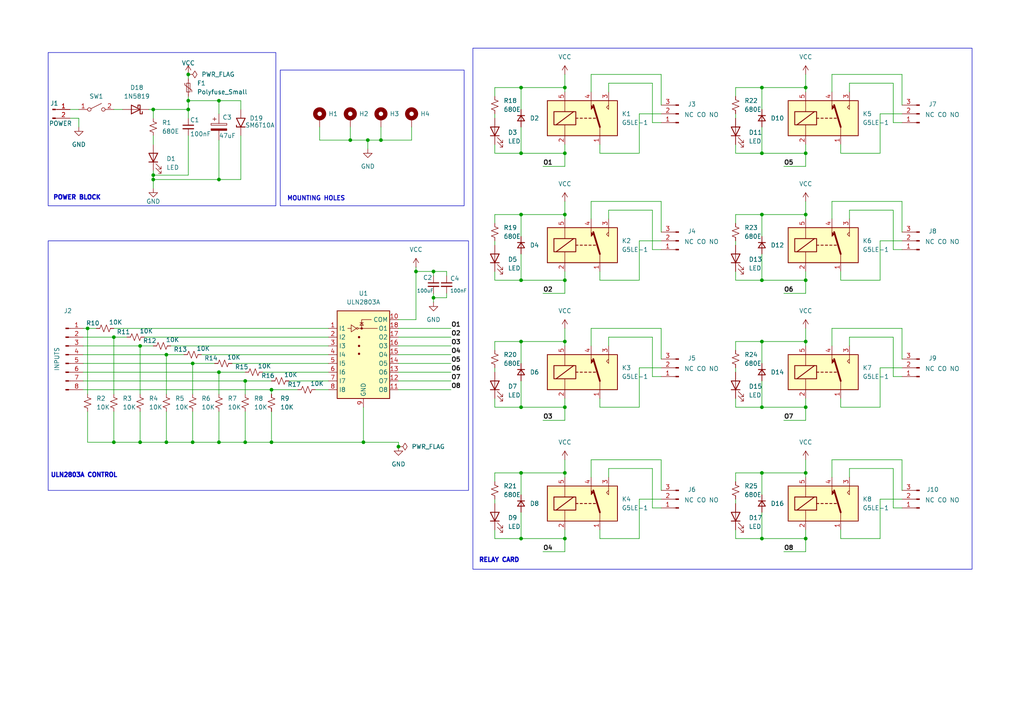
<source format=kicad_sch>
(kicad_sch (version 20250114) (generator "eeschema") (generator_version "9.0")
  (paper "A4")
  (title_block (title "ULN2803 based Relay Card") (date "2026-01-10") (rev "1"))
  (lib_symbols
    (symbol "Connector:Conn_01x02_Pin" (pin_names (offset 1.016) (hide yes))
      (property "Reference" "J" (at 0 2.54 0))
      (property "Value" "Conn_01x02_Pin" (at 0 -5.08 0))
      (symbol "Conn_01x02_Pin_1_1"
        (pin passive line (at 5.08 0 180) (length 3.81) (name "Pin_1") (number "1"))
        (pin passive line (at 5.08 -2.54 180) (length 3.81) (name "Pin_2") (number "2"))
      )
    )
    (symbol "Connector:Conn_01x03_Pin" (pin_names (offset 1.016) (hide yes))
      (property "Reference" "J" (at 0 5.08 0))
      (property "Value" "Conn_01x03_Pin" (at 0 -5.08 0))
      (symbol "Conn_01x03_Pin_1_1"
        (pin passive line (at 5.08 2.54 180) (length 3.81) (name "Pin_1") (number "1"))
        (pin passive line (at 5.08 0 180) (length 3.81) (name "Pin_2") (number "2"))
        (pin passive line (at 5.08 -2.54 180) (length 3.81) (name "Pin_3") (number "3"))
      )
    )
    (symbol "Connector:Conn_01x08_Pin" (pin_names (offset 1.016) (hide yes))
      (property "Reference" "J" (at 0 10.16 0))
      (property "Value" "Conn_01x08_Pin" (at 0 -12.7 0))
      (symbol "Conn_01x08_Pin_1_1"
        (pin passive line (at 5.08 7.62 180) (length 3.81) (name "Pin_1") (number "1"))
        (pin passive line (at 5.08 5.08 180) (length 3.81) (name "Pin_2") (number "2"))
        (pin passive line (at 5.08 2.54 180) (length 3.81) (name "Pin_3") (number "3"))
        (pin passive line (at 5.08 0 180) (length 3.81) (name "Pin_4") (number "4"))
        (pin passive line (at 5.08 -2.54 180) (length 3.81) (name "Pin_5") (number "5"))
        (pin passive line (at 5.08 -5.08 180) (length 3.81) (name "Pin_6") (number "6"))
        (pin passive line (at 5.08 -7.62 180) (length 3.81) (name "Pin_7") (number "7"))
        (pin passive line (at 5.08 -10.16 180) (length 3.81) (name "Pin_8") (number "8"))
      )
    )
    (symbol "Device:C_Polarized" (pin_numbers (hide yes)) (pin_names (offset 0.254))
      (property "Reference" "C" (at 0.635 2.54 0))
      (property "Value" "C_Polarized" (at 0.635 -2.54 0))
      (symbol "C_Polarized_1_1"
        (pin passive line (at 0 3.81 270) (length 2.794) (name "~") (number "1"))
        (pin passive line (at 0 -3.81 90) (length 2.794) (name "~") (number "2"))
      )
    )
    (symbol "Device:C_Small" (pin_numbers (hide yes)) (pin_names (offset 0.254) (hide yes))
      (property "Reference" "C" (at 0.254 1.778 0))
      (property "Value" "C_Small" (at 0.254 -2.032 0))
      (symbol "C_Small_1_1"
        (pin passive line (at 0 2.54 270) (length 2.032) (name "~") (number "1"))
        (pin passive line (at 0 -2.54 90) (length 2.032) (name "~") (number "2"))
      )
    )
    (symbol "Device:D_Small" (pin_numbers (hide yes)) (pin_names (offset 0.254) (hide yes))
      (property "Reference" "D" (at -1.27 2.032 0))
      (property "Value" "D_Small" (at -3.81 -2.032 0))
      (symbol "D_Small_1_1"
        (pin passive line (at -2.54 0 0) (length 1.778) (name "K") (number "1"))
        (pin passive line (at 2.54 0 180) (length 1.778) (name "A") (number "2"))
      )
    )
    (symbol "Device:LED" (pin_numbers (hide yes)) (pin_names (offset 1.016) (hide yes))
      (property "Reference" "D" (at 0 2.54 0))
      (property "Value" "LED" (at 0 -2.54 0))
      (symbol "LED_1_1"
        (pin passive line (at -3.81 0 0) (length 2.54) (name "K") (number "1"))
        (pin passive line (at 3.81 0 180) (length 2.54) (name "A") (number "2"))
      )
    )
    (symbol "Device:Polyfuse_Small" (pin_numbers (hide yes)) (pin_names (offset 0))
      (property "Reference" "F" (at -1.905 0 90))
      (property "Value" "Polyfuse_Small" (at 1.905 0 90))
      (symbol "Polyfuse_Small_1_1"
        (pin passive line (at 0 2.54 270) (length 0.635) (name "~") (number "1"))
        (pin passive line (at 0 -2.54 90) (length 0.635) (name "~") (number "2"))
      )
    )
    (symbol "Device:R_Small_US" (pin_numbers (hide yes)) (pin_names (offset 0.254) (hide yes))
      (property "Reference" "R" (at 0.762 0.508 0))
      (property "Value" "R_Small_US" (at 0.762 -1.016 0))
      (symbol "R_Small_US_1_1"
        (pin passive line (at 0 2.54 270) (length 1.016) (name "~") (number "1"))
        (pin passive line (at 0 -2.54 90) (length 1.016) (name "~") (number "2"))
      )
    )
    (symbol "Diode:1N5819" (pin_numbers (hide yes)) (pin_names (offset 1.016) (hide yes))
      (property "Reference" "D" (at 0 2.54 0))
      (property "Value" "1N5819" (at 0 -2.54 0))
      (symbol "1N5819_1_1"
        (pin passive line (at -3.81 0 0) (length 2.54) (name "K") (number "1"))
        (pin passive line (at 3.81 0 180) (length 2.54) (name "A") (number "2"))
      )
    )
    (symbol "Diode:SM6T10A" (pin_numbers (hide yes)) (pin_names (offset 1.016) (hide yes))
      (property "Reference" "D" (at 0 2.54 0))
      (property "Value" "SM6T10A" (at 0 -2.54 0))
      (symbol "SM6T10A_1_1"
        (pin passive line (at -3.81 0 0) (length 2.54) (name "A1") (number "1"))
        (pin passive line (at 3.81 0 180) (length 2.54) (name "A2") (number "2"))
      )
    )
    (symbol "Mechanical:MountingHole_Pad" (pin_numbers (hide yes)) (pin_names (offset 1.016) (hide yes)) (in_bom no)
      (property "Reference" "H" (at 0 6.35 0))
      (property "Value" "MountingHole_Pad" (at 0 4.445 0))
      (symbol "MountingHole_Pad_1_1"
        (pin input line (at 0 -2.54 90) (length 2.54) (name "1") (number "1"))
      )
    )
    (symbol "PICO_485:GND" (power) (pin_names (offset 0))
      (property "Value" "GND" (at 0 -3.81 0))
      (symbol "GND_1_1"
        (pin power_in line (at 0 0 270) (length 0) (hide yes) (name "GND") (number "1"))
      )
    )
    (symbol "Relay:G5LE-1"
      (property "Reference" "K" (at 11.43 3.81 0))
      (property "Value" "G5LE-1" (at 11.43 1.27 0))
      (symbol "G5LE-1_1_1"
        (pin passive line (at -5.08 7.62 270) (length 2.54) (name "~") (number "5"))
        (pin passive line (at -5.08 -7.62 90) (length 2.54) (name "~") (number "2"))
        (pin passive line (at 2.54 7.62 270) (length 2.54) (name "~") (number "4"))
        (pin passive line (at 5.08 -7.62 90) (length 2.54) (name "~") (number "1"))
        (pin passive line (at 7.62 7.62 270) (length 2.54) (name "~") (number "3"))
      )
    )
    (symbol "Switch:SW_SPST" (pin_names (offset 0) (hide yes))
      (property "Reference" "SW" (at 0 3.175 0))
      (property "Value" "SW_SPST" (at 0 -2.54 0))
      (symbol "SW_SPST_1_1"
        (pin passive line (at -5.08 0 0) (length 2.54) (name "A") (number "1"))
        (pin passive line (at 5.08 0 180) (length 2.54) (name "B") (number "2"))
      )
    )
    (symbol "Transistor_Array:ULN2803A"
      (property "Reference" "U" (at 0 13.335 0))
      (property "Value" "ULN2803A" (at 0 11.43 0))
      (symbol "ULN2803A_1_1"
        (pin input line (at -10.16 5.08 0) (length 2.54) (name "I1") (number "1"))
        (pin input line (at -10.16 2.54 0) (length 2.54) (name "I2") (number "2"))
        (pin input line (at -10.16 0 0) (length 2.54) (name "I3") (number "3"))
        (pin input line (at -10.16 -2.54 0) (length 2.54) (name "I4") (number "4"))
        (pin input line (at -10.16 -5.08 0) (length 2.54) (name "I5") (number "5"))
        (pin input line (at -10.16 -7.62 0) (length 2.54) (name "I6") (number "6"))
        (pin input line (at -10.16 -10.16 0) (length 2.54) (name "I7") (number "7"))
        (pin input line (at -10.16 -12.7 0) (length 2.54) (name "I8") (number "8"))
        (pin power_in line (at 0 -17.78 90) (length 2.54) (name "GND") (number "9"))
        (pin passive line (at 10.16 7.62 180) (length 2.54) (name "COM") (number "10"))
        (pin open_collector line (at 10.16 5.08 180) (length 2.54) (name "O1") (number "18"))
        (pin open_collector line (at 10.16 2.54 180) (length 2.54) (name "O2") (number "17"))
        (pin open_collector line (at 10.16 0 180) (length 2.54) (name "O3") (number "16"))
        (pin open_collector line (at 10.16 -2.54 180) (length 2.54) (name "O4") (number "15"))
        (pin open_collector line (at 10.16 -5.08 180) (length 2.54) (name "O5") (number "14"))
        (pin open_collector line (at 10.16 -7.62 180) (length 2.54) (name "O6") (number "13"))
        (pin open_collector line (at 10.16 -10.16 180) (length 2.54) (name "O7") (number "12"))
        (pin open_collector line (at 10.16 -12.7 180) (length 2.54) (name "O8") (number "11"))
      )
    )
    (symbol "power:PWR_FLAG" (power) (pin_numbers (hide yes)) (pin_names (offset 0) (hide yes))
      (property "Value" "PWR_FLAG" (at 0 3.81 0))
      (symbol "PWR_FLAG_0_0"
        (pin power_out line (at 0 0 90) (length 0) (name "~") (number "1"))
      )
    )
    (symbol "power:VCC" (power) (pin_numbers (hide yes)) (pin_names (offset 0) (hide yes))
      (property "Value" "VCC" (at 0 3.556 0))
      (symbol "VCC_1_1"
        (pin power_in line (at 0 0 90) (length 0) (name "~") (number "1"))
      )
    )
  )
  (rectangle (start 137.16 13.97) (end 281.94 165.1))
  (rectangle (start 81.28 20.32) (end 134.62 59.69))
  (rectangle (start 13.97 69.85) (end 135.89 142.24))
  (rectangle (start 13.97 15.24) (end 80.01 59.69))
  (text "RELAY CARD\n\n" (at 144.78 163.576 0) (effects (font (size 1.27 1.27) (thickness 0.508) (bold yes))))
  (text "ULN2803A CONTROL" (at 24.384 137.922 0) (effects (font (size 1.27 1.27) (thickness 0.508) (bold yes))))
  (text "POWER BLOCK" (at 22.352 57.404 0) (effects (font (size 1.27 1.27) (thickness 0.508) (bold yes))))
  (text "MOUNTING HOLES" (at 91.694 57.658 0) (effects (font (size 1.27 1.27) (thickness 0.254) (bold yes))))
  (junction (at 33.02 97.79))
  (junction (at 105.41 128.27))
  (junction (at 163.83 44.45))
  (junction (at 220.98 99.06))
  (junction (at 125.73 86.36))
  (junction (at 40.64 128.27))
  (junction (at 151.13 62.23))
  (junction (at 44.45 52.07))
  (junction (at 54.61 29.21))
  (junction (at 63.5 107.95))
  (junction (at 151.13 156.21))
  (junction (at 110.49 40.64))
  (junction (at 44.45 31.75))
  (junction (at 220.98 156.21))
  (junction (at 233.68 99.06))
  (junction (at 163.83 81.28))
  (junction (at 106.68 40.64))
  (junction (at 125.73 78.74))
  (junction (at 220.98 137.16))
  (junction (at 63.5 128.27))
  (junction (at 63.5 29.21))
  (junction (at 163.83 62.23))
  (junction (at 25.4 95.25))
  (junction (at 233.68 25.4))
  (junction (at 101.6 40.64))
  (junction (at 233.68 62.23))
  (junction (at 233.68 81.28))
  (junction (at 233.68 137.16))
  (junction (at 63.5 52.07))
  (junction (at 163.83 99.06))
  (junction (at 54.61 31.75))
  (junction (at 120.65 78.74))
  (junction (at 115.57 129.54))
  (junction (at 151.13 81.28))
  (junction (at 151.13 25.4))
  (junction (at 163.83 118.11))
  (junction (at 71.12 128.27))
  (junction (at 40.64 100.33))
  (junction (at 163.83 25.4))
  (junction (at 48.26 102.87))
  (junction (at 78.74 128.27))
  (junction (at 220.98 62.23))
  (junction (at 44.45 50.8))
  (junction (at 163.83 137.16))
  (junction (at 151.13 137.16))
  (junction (at 55.88 128.27))
  (junction (at 55.88 105.41))
  (junction (at 48.26 128.27))
  (junction (at 220.98 81.28))
  (junction (at 33.02 128.27))
  (junction (at 151.13 99.06))
  (junction (at 78.74 113.03))
  (junction (at 220.98 118.11))
  (junction (at 54.61 21.59))
  (junction (at 71.12 110.49))
  (junction (at 233.68 156.21))
  (junction (at 163.83 156.21))
  (junction (at 220.98 44.45))
  (junction (at 233.68 44.45))
  (junction (at 151.13 44.45))
  (junction (at 220.98 25.4))
  (junction (at 151.13 118.11))
  (junction (at 233.68 118.11))
  (wire (pts (xy 115.57 107.95) (xy 130.81 107.95)))
  (wire (pts (xy 24.13 100.33) (xy 40.64 100.33)))
  (wire (pts (xy 261.62 21.59) (xy 261.62 30.48)))
  (wire (pts (xy 40.64 119.38) (xy 40.64 128.27)))
  (wire (pts (xy 213.36 101.6) (xy 213.36 99.06)))
  (wire (pts (xy 241.3 26.67) (xy 241.3 21.59)))
  (wire (pts (xy 261.62 106.68) (xy 255.27 106.68)))
  (wire (pts (xy 246.38 60.96) (xy 259.08 60.96)))
  (wire (pts (xy 125.73 86.36) (xy 125.73 87.63)))
  (wire (pts (xy 115.57 97.79) (xy 130.81 97.79)))
  (wire (pts (xy 163.83 25.4) (xy 163.83 26.67)))
  (wire (pts (xy 191.77 21.59) (xy 191.77 30.48)))
  (wire (pts (xy 176.53 63.5) (xy 176.53 60.96)))
  (wire (pts (xy 241.3 21.59) (xy 261.62 21.59)))
  (wire (pts (xy 173.99 118.11) (xy 173.99 115.57)))
  (wire (pts (xy 143.51 101.6) (xy 143.51 99.06)))
  (wire (pts (xy 220.98 156.21) (xy 233.68 156.21)))
  (wire (pts (xy 24.13 107.95) (xy 63.5 107.95)))
  (wire (pts (xy 176.53 138.43) (xy 176.53 135.89)))
  (wire (pts (xy 151.13 118.11) (xy 163.83 118.11)))
  (wire (pts (xy 176.53 135.89) (xy 189.23 135.89)))
  (wire (pts (xy 71.12 110.49) (xy 78.74 110.49)))
  (wire (pts (xy 54.61 27.94) (xy 54.61 29.21)))
  (wire (pts (xy 40.64 100.33) (xy 44.45 100.33)))
  (wire (pts (xy 259.08 147.32) (xy 261.62 147.32)))
  (wire (pts (xy 125.73 78.74) (xy 125.73 80.01)))
  (wire (pts (xy 54.61 31.75) (xy 54.61 34.29)))
  (wire (pts (xy 49.53 100.33) (xy 95.25 100.33)))
  (wire (pts (xy 171.45 138.43) (xy 171.45 133.35)))
  (wire (pts (xy 151.13 148.59) (xy 151.13 156.21)))
  (wire (pts (xy 63.5 128.27) (xy 71.12 128.27)))
  (wire (pts (xy 24.13 105.41) (xy 55.88 105.41)))
  (wire (pts (xy 171.45 26.67) (xy 171.45 21.59)))
  (wire (pts (xy 143.51 99.06) (xy 151.13 99.06)))
  (wire (pts (xy 261.62 33.02) (xy 255.27 33.02)))
  (wire (pts (xy 24.13 110.49) (xy 71.12 110.49)))
  (wire (pts (xy 120.65 78.74) (xy 125.73 78.74)))
  (wire (pts (xy 176.53 60.96) (xy 189.23 60.96)))
  (wire (pts (xy 191.77 144.78) (xy 185.42 144.78)))
  (wire (pts (xy 151.13 156.21) (xy 163.83 156.21)))
  (wire (pts (xy 58.42 102.87) (xy 95.25 102.87)))
  (wire (pts (xy 143.51 78.74) (xy 143.51 81.28)))
  (wire (pts (xy 220.98 81.28) (xy 233.68 81.28)))
  (wire (pts (xy 176.53 24.13) (xy 189.23 24.13)))
  (wire (pts (xy 241.3 63.5) (xy 241.3 58.42)))
  (wire (pts (xy 115.57 105.41) (xy 130.81 105.41)))
  (wire (pts (xy 189.23 109.22) (xy 191.77 109.22)))
  (wire (pts (xy 91.44 113.03) (xy 95.25 113.03)))
  (wire (pts (xy 227.33 121.92) (xy 233.68 121.92)))
  (wire (pts (xy 191.77 33.02) (xy 185.42 33.02)))
  (wire (pts (xy 106.68 40.64) (xy 110.49 40.64)))
  (wire (pts (xy 233.68 156.21) (xy 233.68 160.02)))
  (wire (pts (xy 25.4 95.25) (xy 25.4 114.3)))
  (wire (pts (xy 191.77 69.85) (xy 185.42 69.85)))
  (wire (pts (xy 227.33 85.09) (xy 233.68 85.09)))
  (wire (pts (xy 44.45 49.53) (xy 44.45 50.8)))
  (wire (pts (xy 110.49 40.64) (xy 119.38 40.64)))
  (wire (pts (xy 143.51 139.7) (xy 143.51 137.16)))
  (wire (pts (xy 233.68 153.67) (xy 233.68 156.21)))
  (wire (pts (xy 44.45 50.8) (xy 44.45 52.07)))
  (wire (pts (xy 151.13 143.51) (xy 151.13 137.16)))
  (wire (pts (xy 48.26 102.87) (xy 48.26 114.3)))
  (wire (pts (xy 151.13 81.28) (xy 163.83 81.28)))
  (wire (pts (xy 191.77 95.25) (xy 191.77 104.14)))
  (wire (pts (xy 163.83 118.11) (xy 163.83 121.92)))
  (wire (pts (xy 213.36 156.21) (xy 220.98 156.21)))
  (wire (pts (xy 233.68 99.06) (xy 233.68 100.33)))
  (wire (pts (xy 151.13 137.16) (xy 163.83 137.16)))
  (wire (pts (xy 261.62 69.85) (xy 255.27 69.85)))
  (wire (pts (xy 69.85 29.21) (xy 63.5 29.21)))
  (wire (pts (xy 189.23 135.89) (xy 189.23 147.32)))
  (wire (pts (xy 151.13 99.06) (xy 163.83 99.06)))
  (wire (pts (xy 246.38 135.89) (xy 259.08 135.89)))
  (wire (pts (xy 120.65 78.74) (xy 120.65 77.47)))
  (wire (pts (xy 67.31 105.41) (xy 95.25 105.41)))
  (wire (pts (xy 213.36 106.68) (xy 213.36 107.95)))
  (wire (pts (xy 143.51 44.45) (xy 151.13 44.45)))
  (wire (pts (xy 255.27 44.45) (xy 243.84 44.45)))
  (wire (pts (xy 143.51 118.11) (xy 151.13 118.11)))
  (wire (pts (xy 163.83 21.59) (xy 163.83 25.4)))
  (wire (pts (xy 48.26 119.38) (xy 48.26 128.27)))
  (wire (pts (xy 176.53 26.67) (xy 176.53 24.13)))
  (wire (pts (xy 259.08 60.96) (xy 259.08 72.39)))
  (wire (pts (xy 151.13 105.41) (xy 151.13 99.06)))
  (wire (pts (xy 110.49 36.83) (xy 110.49 40.64)))
  (wire (pts (xy 171.45 58.42) (xy 191.77 58.42)))
  (wire (pts (xy 119.38 40.64) (xy 119.38 36.83)))
  (wire (pts (xy 151.13 68.58) (xy 151.13 62.23)))
  (wire (pts (xy 143.51 69.85) (xy 143.51 71.12)))
  (wire (pts (xy 246.38 63.5) (xy 246.38 60.96)))
  (wire (pts (xy 20.32 31.75) (xy 22.86 31.75)))
  (wire (pts (xy 233.68 81.28) (xy 233.68 85.09)))
  (wire (pts (xy 233.68 115.57) (xy 233.68 118.11)))
  (wire (pts (xy 163.83 78.74) (xy 163.83 81.28)))
  (wire (pts (xy 151.13 36.83) (xy 151.13 44.45)))
  (wire (pts (xy 233.68 44.45) (xy 233.68 48.26)))
  (wire (pts (xy 24.13 102.87) (xy 48.26 102.87)))
  (wire (pts (xy 24.13 95.25) (xy 25.4 95.25)))
  (wire (pts (xy 143.51 41.91) (xy 143.51 44.45)))
  (wire (pts (xy 220.98 99.06) (xy 233.68 99.06)))
  (wire (pts (xy 255.27 156.21) (xy 243.84 156.21)))
  (wire (pts (xy 63.5 119.38) (xy 63.5 128.27)))
  (wire (pts (xy 255.27 69.85) (xy 255.27 81.28)))
  (wire (pts (xy 163.83 115.57) (xy 163.83 118.11)))
  (wire (pts (xy 213.36 62.23) (xy 220.98 62.23)))
  (wire (pts (xy 176.53 100.33) (xy 176.53 97.79)))
  (wire (pts (xy 173.99 44.45) (xy 173.99 41.91)))
  (wire (pts (xy 213.36 115.57) (xy 213.36 118.11)))
  (wire (pts (xy 213.36 78.74) (xy 213.36 81.28)))
  (wire (pts (xy 189.23 97.79) (xy 189.23 109.22)))
  (wire (pts (xy 191.77 58.42) (xy 191.77 67.31)))
  (wire (pts (xy 106.68 40.64) (xy 106.68 43.18)))
  (wire (pts (xy 246.38 97.79) (xy 259.08 97.79)))
  (wire (pts (xy 213.36 99.06) (xy 220.98 99.06)))
  (wire (pts (xy 76.2 107.95) (xy 95.25 107.95)))
  (wire (pts (xy 40.64 128.27) (xy 48.26 128.27)))
  (wire (pts (xy 143.51 115.57) (xy 143.51 118.11)))
  (wire (pts (xy 233.68 118.11) (xy 233.68 121.92)))
  (wire (pts (xy 163.83 95.25) (xy 163.83 99.06)))
  (wire (pts (xy 220.98 68.58) (xy 220.98 62.23)))
  (wire (pts (xy 233.68 41.91) (xy 233.68 44.45)))
  (wire (pts (xy 233.68 62.23) (xy 233.68 63.5)))
  (wire (pts (xy 233.68 133.35) (xy 233.68 137.16)))
  (wire (pts (xy 213.36 69.85) (xy 213.36 71.12)))
  (wire (pts (xy 171.45 100.33) (xy 171.45 95.25)))
  (wire (pts (xy 71.12 128.27) (xy 78.74 128.27)))
  (wire (pts (xy 101.6 36.83) (xy 101.6 40.64)))
  (wire (pts (xy 63.5 52.07) (xy 44.45 52.07)))
  (wire (pts (xy 163.83 156.21) (xy 163.83 160.02)))
  (wire (pts (xy 255.27 106.68) (xy 255.27 118.11)))
  (wire (pts (xy 185.42 69.85) (xy 185.42 81.28)))
  (wire (pts (xy 220.98 25.4) (xy 233.68 25.4)))
  (wire (pts (xy 33.02 97.79) (xy 33.02 114.3)))
  (wire (pts (xy 33.02 128.27) (xy 40.64 128.27)))
  (wire (pts (xy 220.98 31.75) (xy 220.98 25.4)))
  (wire (pts (xy 191.77 133.35) (xy 191.77 142.24)))
  (wire (pts (xy 255.27 144.78) (xy 255.27 156.21)))
  (wire (pts (xy 246.38 24.13) (xy 259.08 24.13)))
  (wire (pts (xy 261.62 58.42) (xy 261.62 67.31)))
  (wire (pts (xy 63.5 29.21) (xy 63.5 33.02)))
  (wire (pts (xy 189.23 147.32) (xy 191.77 147.32)))
  (wire (pts (xy 243.84 81.28) (xy 243.84 78.74)))
  (wire (pts (xy 163.83 81.28) (xy 163.83 85.09)))
  (wire (pts (xy 101.6 40.64) (xy 106.68 40.64)))
  (wire (pts (xy 171.45 21.59) (xy 191.77 21.59)))
  (wire (pts (xy 115.57 129.54) (xy 115.57 128.27)))
  (wire (pts (xy 246.38 26.67) (xy 246.38 24.13)))
  (wire (pts (xy 54.61 29.21) (xy 54.61 31.75)))
  (wire (pts (xy 69.85 39.37) (xy 69.85 52.07)))
  (wire (pts (xy 163.83 44.45) (xy 163.83 48.26)))
  (wire (pts (xy 259.08 35.56) (xy 261.62 35.56)))
  (wire (pts (xy 259.08 24.13) (xy 259.08 35.56)))
  (wire (pts (xy 243.84 44.45) (xy 243.84 41.91)))
  (wire (pts (xy 83.82 110.49) (xy 95.25 110.49)))
  (wire (pts (xy 143.51 144.78) (xy 143.51 146.05)))
  (wire (pts (xy 213.36 144.78) (xy 213.36 146.05)))
  (wire (pts (xy 233.68 95.25) (xy 233.68 99.06)))
  (wire (pts (xy 189.23 35.56) (xy 191.77 35.56)))
  (wire (pts (xy 55.88 128.27) (xy 63.5 128.27)))
  (wire (pts (xy 213.36 44.45) (xy 220.98 44.45)))
  (wire (pts (xy 71.12 110.49) (xy 71.12 114.3)))
  (wire (pts (xy 220.98 118.11) (xy 233.68 118.11)))
  (wire (pts (xy 220.98 105.41) (xy 220.98 99.06)))
  (wire (pts (xy 233.68 58.42) (xy 233.68 62.23)))
  (wire (pts (xy 213.36 33.02) (xy 213.36 34.29)))
  (wire (pts (xy 151.13 31.75) (xy 151.13 25.4)))
  (wire (pts (xy 241.3 133.35) (xy 261.62 133.35)))
  (wire (pts (xy 220.98 143.51) (xy 220.98 137.16)))
  (wire (pts (xy 105.41 128.27) (xy 115.57 128.27)))
  (wire (pts (xy 213.36 64.77) (xy 213.36 62.23)))
  (wire (pts (xy 63.5 107.95) (xy 63.5 114.3)))
  (wire (pts (xy 227.33 48.26) (xy 233.68 48.26)))
  (wire (pts (xy 115.57 92.71) (xy 120.65 92.71)))
  (wire (pts (xy 233.68 137.16) (xy 233.68 138.43)))
  (wire (pts (xy 233.68 78.74) (xy 233.68 81.28)))
  (wire (pts (xy 213.36 153.67) (xy 213.36 156.21)))
  (wire (pts (xy 105.41 118.11) (xy 105.41 128.27)))
  (wire (pts (xy 24.13 113.03) (xy 78.74 113.03)))
  (wire (pts (xy 78.74 113.03) (xy 78.74 114.3)))
  (wire (pts (xy 259.08 109.22) (xy 261.62 109.22)))
  (wire (pts (xy 143.51 81.28) (xy 151.13 81.28)))
  (wire (pts (xy 63.5 107.95) (xy 71.12 107.95)))
  (wire (pts (xy 185.42 33.02) (xy 185.42 44.45)))
  (wire (pts (xy 241.3 95.25) (xy 261.62 95.25)))
  (wire (pts (xy 44.45 54.61) (xy 44.45 52.07)))
  (wire (pts (xy 33.02 31.75) (xy 35.56 31.75)))
  (wire (pts (xy 120.65 78.74) (xy 120.65 92.71)))
  (wire (pts (xy 78.74 119.38) (xy 78.74 128.27)))
  (wire (pts (xy 151.13 44.45) (xy 163.83 44.45)))
  (wire (pts (xy 33.02 95.25) (xy 95.25 95.25)))
  (wire (pts (xy 259.08 72.39) (xy 261.62 72.39)))
  (wire (pts (xy 55.88 119.38) (xy 55.88 128.27)))
  (wire (pts (xy 227.33 160.02) (xy 233.68 160.02)))
  (wire (pts (xy 115.57 102.87) (xy 130.81 102.87)))
  (wire (pts (xy 220.98 110.49) (xy 220.98 118.11)))
  (wire (pts (xy 78.74 113.03) (xy 86.36 113.03)))
  (wire (pts (xy 115.57 100.33) (xy 130.81 100.33)))
  (wire (pts (xy 71.12 119.38) (xy 71.12 128.27)))
  (wire (pts (xy 143.51 25.4) (xy 151.13 25.4)))
  (wire (pts (xy 163.83 99.06) (xy 163.83 100.33)))
  (wire (pts (xy 157.48 85.09) (xy 163.83 85.09)))
  (wire (pts (xy 185.42 156.21) (xy 173.99 156.21)))
  (wire (pts (xy 189.23 24.13) (xy 189.23 35.56)))
  (wire (pts (xy 25.4 128.27) (xy 33.02 128.27)))
  (wire (pts (xy 54.61 29.21) (xy 63.5 29.21)))
  (wire (pts (xy 246.38 100.33) (xy 246.38 97.79)))
  (wire (pts (xy 261.62 144.78) (xy 255.27 144.78)))
  (wire (pts (xy 163.83 41.91) (xy 163.83 44.45)))
  (wire (pts (xy 125.73 85.09) (xy 125.73 86.36)))
  (wire (pts (xy 171.45 133.35) (xy 191.77 133.35)))
  (wire (pts (xy 213.36 25.4) (xy 220.98 25.4)))
  (wire (pts (xy 115.57 95.25) (xy 130.81 95.25)))
  (wire (pts (xy 213.36 118.11) (xy 220.98 118.11)))
  (wire (pts (xy 261.62 133.35) (xy 261.62 142.24)))
  (wire (pts (xy 246.38 138.43) (xy 246.38 135.89)))
  (wire (pts (xy 48.26 102.87) (xy 53.34 102.87)))
  (wire (pts (xy 151.13 62.23) (xy 163.83 62.23)))
  (wire (pts (xy 213.36 27.94) (xy 213.36 25.4)))
  (wire (pts (xy 220.98 36.83) (xy 220.98 44.45)))
  (wire (pts (xy 255.27 118.11) (xy 243.84 118.11)))
  (wire (pts (xy 25.4 119.38) (xy 25.4 128.27)))
  (wire (pts (xy 185.42 118.11) (xy 173.99 118.11)))
  (wire (pts (xy 176.53 97.79) (xy 189.23 97.79)))
  (wire (pts (xy 241.3 138.43) (xy 241.3 133.35)))
  (wire (pts (xy 191.77 106.68) (xy 185.42 106.68)))
  (wire (pts (xy 143.51 62.23) (xy 151.13 62.23)))
  (wire (pts (xy 189.23 72.39) (xy 191.77 72.39)))
  (wire (pts (xy 143.51 33.02) (xy 143.51 34.29)))
  (wire (pts (xy 243.84 156.21) (xy 243.84 153.67)))
  (wire (pts (xy 173.99 156.21) (xy 173.99 153.67)))
  (wire (pts (xy 151.13 110.49) (xy 151.13 118.11)))
  (wire (pts (xy 41.91 97.79) (xy 95.25 97.79)))
  (wire (pts (xy 163.83 133.35) (xy 163.83 137.16)))
  (wire (pts (xy 78.74 128.27) (xy 105.41 128.27)))
  (wire (pts (xy 241.3 58.42) (xy 261.62 58.42)))
  (wire (pts (xy 259.08 135.89) (xy 259.08 147.32)))
  (wire (pts (xy 233.68 21.59) (xy 233.68 25.4)))
  (wire (pts (xy 143.51 137.16) (xy 151.13 137.16)))
  (wire (pts (xy 241.3 100.33) (xy 241.3 95.25)))
  (wire (pts (xy 40.64 100.33) (xy 40.64 114.3)))
  (wire (pts (xy 173.99 81.28) (xy 173.99 78.74)))
  (wire (pts (xy 163.83 153.67) (xy 163.83 156.21)))
  (wire (pts (xy 115.57 110.49) (xy 130.81 110.49)))
  (wire (pts (xy 220.98 62.23) (xy 233.68 62.23)))
  (wire (pts (xy 157.48 160.02) (xy 163.83 160.02)))
  (wire (pts (xy 43.18 31.75) (xy 44.45 31.75)))
  (wire (pts (xy 63.5 40.64) (xy 63.5 52.07)))
  (wire (pts (xy 163.83 62.23) (xy 163.83 63.5)))
  (wire (pts (xy 185.42 81.28) (xy 173.99 81.28)))
  (wire (pts (xy 243.84 118.11) (xy 243.84 115.57)))
  (wire (pts (xy 213.36 137.16) (xy 220.98 137.16)))
  (wire (pts (xy 54.61 50.8) (xy 44.45 50.8)))
  (wire (pts (xy 189.23 60.96) (xy 189.23 72.39)))
  (wire (pts (xy 143.51 106.68) (xy 143.51 107.95)))
  (wire (pts (xy 220.98 73.66) (xy 220.98 81.28)))
  (wire (pts (xy 44.45 31.75) (xy 54.61 31.75)))
  (wire (pts (xy 20.32 34.29) (xy 22.86 34.29)))
  (wire (pts (xy 25.4 95.25) (xy 27.94 95.25)))
  (wire (pts (xy 33.02 119.38) (xy 33.02 128.27)))
  (wire (pts (xy 213.36 81.28) (xy 220.98 81.28)))
  (wire (pts (xy 151.13 25.4) (xy 163.83 25.4)))
  (wire (pts (xy 157.48 121.92) (xy 163.83 121.92)))
  (wire (pts (xy 92.71 40.64) (xy 101.6 40.64)))
  (wire (pts (xy 55.88 105.41) (xy 55.88 114.3)))
  (wire (pts (xy 185.42 144.78) (xy 185.42 156.21)))
  (wire (pts (xy 213.36 139.7) (xy 213.36 137.16)))
  (wire (pts (xy 129.54 80.01) (xy 129.54 78.74)))
  (wire (pts (xy 33.02 97.79) (xy 36.83 97.79)))
  (wire (pts (xy 213.36 41.91) (xy 213.36 44.45)))
  (wire (pts (xy 55.88 105.41) (xy 62.23 105.41)))
  (wire (pts (xy 185.42 44.45) (xy 173.99 44.45)))
  (wire (pts (xy 157.48 48.26) (xy 163.83 48.26)))
  (wire (pts (xy 220.98 137.16) (xy 233.68 137.16)))
  (wire (pts (xy 48.26 128.27) (xy 55.88 128.27)))
  (wire (pts (xy 129.54 78.74) (xy 125.73 78.74)))
  (wire (pts (xy 143.51 27.94) (xy 143.51 25.4)))
  (wire (pts (xy 255.27 33.02) (xy 255.27 44.45)))
  (wire (pts (xy 151.13 73.66) (xy 151.13 81.28)))
  (wire (pts (xy 44.45 39.37) (xy 44.45 41.91)))
  (wire (pts (xy 54.61 39.37) (xy 54.61 50.8)))
  (wire (pts (xy 69.85 52.07) (xy 63.5 52.07)))
  (wire (pts (xy 185.42 106.68) (xy 185.42 118.11)))
  (wire (pts (xy 115.57 113.03) (xy 130.81 113.03)))
  (wire (pts (xy 143.51 156.21) (xy 151.13 156.21)))
  (wire (pts (xy 220.98 44.45) (xy 233.68 44.45)))
  (wire (pts (xy 261.62 95.25) (xy 261.62 104.14)))
  (wire (pts (xy 69.85 31.75) (xy 69.85 29.21)))
  (wire (pts (xy 143.51 64.77) (xy 143.51 62.23)))
  (wire (pts (xy 171.45 63.5) (xy 171.45 58.42)))
  (wire (pts (xy 163.83 137.16) (xy 163.83 138.43)))
  (wire (pts (xy 143.51 153.67) (xy 143.51 156.21)))
  (wire (pts (xy 259.08 97.79) (xy 259.08 109.22)))
  (wire (pts (xy 220.98 148.59) (xy 220.98 156.21)))
  (wire (pts (xy 171.45 95.25) (xy 191.77 95.25)))
  (wire (pts (xy 24.13 97.79) (xy 33.02 97.79)))
  (wire (pts (xy 255.27 81.28) (xy 243.84 81.28)))
  (wire (pts (xy 22.86 34.29) (xy 22.86 36.83)))
  (wire (pts (xy 233.68 25.4) (xy 233.68 26.67)))
  (wire (pts (xy 44.45 31.75) (xy 44.45 34.29)))
  (wire (pts (xy 92.71 36.83) (xy 92.71 40.64)))
  (wire (pts (xy 129.54 86.36) (xy 125.73 86.36)))
  (wire (pts (xy 163.83 58.42) (xy 163.83 62.23)))
  (wire (pts (xy 129.54 85.09) (xy 129.54 86.36)))
  (wire (pts (xy 54.61 21.59) (xy 54.61 22.86)))
  (label "O1" (at 130.81 95.25 0) (effects (font (thickness 0.254) (bold yes))))
  (label "O6" (at 227.33 85.09 0) (effects (font (thickness 0.254) (bold yes))))
  (label "O3" (at 157.48 121.92 0) (effects (font (thickness 0.254) (bold yes))))
  (label "O7" (at 130.81 110.49 0) (effects (font (thickness 0.254) (bold yes))))
  (label "O4" (at 157.48 160.02 0) (effects (font (thickness 0.254) (bold yes))))
  (label "O8" (at 130.81 113.03 0) (effects (font (thickness 0.254) (bold yes))))
  (label "O3" (at 130.81 100.33 0) (effects (font (thickness 0.254) (bold yes))))
  (label "O5" (at 227.33 48.26 0) (effects (font (thickness 0.254) (bold yes))))
  (label "O1" (at 157.48 48.26 0) (effects (font (thickness 0.254) (bold yes))))
  (label "O2" (at 157.48 85.09 0) (effects (font (thickness 0.254) (bold yes))))
  (label "O5" (at 130.81 105.41 0) (effects (font (thickness 0.254) (bold yes))))
  (label "O4" (at 130.81 102.87 0) (effects (font (thickness 0.254) (bold yes))))
  (label "O8" (at 227.33 160.02 0) (effects (font (thickness 0.254) (bold yes))))
  (label "O6" (at 130.81 107.95 0) (effects (font (thickness 0.254) (bold yes))))
  (label "O7" (at 227.33 121.92 0) (effects (font (thickness 0.254) (bold yes))))
  (label "O2" (at 130.81 97.79 0) (effects (font (thickness 0.254) (bold yes))))
  (symbol (lib_id "Device:D_Small") (at 151.13 71.12 270) (unit 1)
    (property "Reference" "D4" (at 153.67 71.1199 90) (effects (justify left)))
    (property "Value" "D_Small" (effects (hide yes)))
    (property "Footprint" "Diode_SMD:D_1206_3216Metric" (effects (hide yes)))
    (property "Description" "Diode, small symbol" (effects (hide yes)))
    (property "Sim.Device" "D" (effects (hide yes)))
    (property "Sim.Pins" "1=K 2=A" (effects (hide yes)))
  )
  (symbol (lib_id "Device:R_Small_US") (at 88.9 113.03 90) (unit 1)
    (property "Reference" "R17" (at 85.344 111.506 90))
    (property "Value" "10K" (at 91.948 111.252 90))
    (property "Footprint" "Resistor_SMD:R_0805_2012Metric" (effects (hide yes)))
    (property "Description" "Resistor, small US symbol" (effects (hide yes)))
  )
  (symbol (lib_id "Device:D_Small") (at 151.13 34.29 270) (unit 1)
    (property "Reference" "D2" (at 153.67 34.2899 90) (effects (justify left)))
    (property "Value" "D_Small" (effects (hide yes)))
    (property "Footprint" "Diode_SMD:D_1206_3216Metric" (effects (hide yes)))
    (property "Description" "Diode, small symbol" (effects (hide yes)))
    (property "Sim.Device" "D" (effects (hide yes)))
    (property "Sim.Pins" "1=K 2=A" (effects (hide yes)))
  )
  (symbol (lib_id "Device:R_Small_US") (at 81.28 110.49 90) (unit 1)
    (property "Reference" "R16" (at 77.724 108.966 90))
    (property "Value" "10K" (at 84.328 108.712 90))
    (property "Footprint" "Resistor_SMD:R_0805_2012Metric" (effects (hide yes)))
    (property "Description" "Resistor, small US symbol" (effects (hide yes)))
  )
  (symbol (lib_id "Device:LED") (at 213.36 38.1 90) (unit 1)
    (property "Reference" "D11" (at 217.17 38.4174 90) (effects (justify right)))
    (property "Value" "LED" (at 217.17 40.9574 90) (effects (justify right)))
    (property "Footprint" "LED_SMD:LED_1206_3216Metric" (effects (hide yes)))
    (property "Description" "Light emitting diode" (effects (hide yes)))
    (property "Sim.Pins" "1=K 2=A" (effects (hide yes)))
  )
  (symbol (lib_id "Device:C_Small") (at 54.61 36.83 0) (unit 1)
    (property "Reference" "C1" (at 55.118 34.798 0) (effects (justify left)))
    (property "Value" "100nF" (at 55.118 38.862 0) (effects (justify left)))
    (property "Footprint" "Capacitor_SMD:C_0805_2012Metric" (effects (hide yes)))
    (property "Description" "Unpolarized capacitor, small symbol" (effects (hide yes)))
  )
  (symbol (lib_id "Device:R_Small_US") (at 48.26 116.84 0) (unit 1)
    (property "Reference" "R5" (at 50.8 115.5699 0) (effects (justify left)))
    (property "Value" "10K" (at 50.8 118.1099 0) (effects (justify left)))
    (property "Footprint" "Resistor_SMD:R_0805_2012Metric" (effects (hide yes)))
    (property "Description" "Resistor, small US symbol" (effects (hide yes)))
  )
  (symbol (lib_id "Relay:G5LE-1") (at 238.76 34.29 0) (unit 1)
    (property "Reference" "K5" (at 250.19 33.0199 0) (effects (justify left)))
    (property "Value" "G5LE-1" (at 250.19 35.5599 0) (effects (justify left)))
    (property "Footprint" "Relay_THT:Relay_SPDT_Omron-G5LE-1" (effects (hide yes)))
    (property "Datasheet" "http://www.omron.com/ecb/products/pdf/en-g5le.pdf" (effects (hide yes)))
    (property "Description" "Omron G5LE relay, Miniature Single Pole, SPDT, 10A" (effects (hide yes)))
  )
  (symbol (lib_id "Device:R_Small_US") (at 44.45 36.83 0) (unit 1)
    (property "Reference" "R1" (at 46.99 35.5599 0) (effects (justify left)))
    (property "Value" "680E" (at 46.99 38.0999 0) (effects (justify left)))
    (property "Footprint" "Resistor_SMD:R_0805_2012Metric" (effects (hide yes)))
    (property "Description" "Resistor, small US symbol" (effects (hide yes)))
  )
  (symbol (lib_id "Device:R_Small_US") (at 213.36 104.14 0) (unit 1)
    (property "Reference" "R24" (at 215.9 102.8699 0) (effects (justify left)))
    (property "Value" "680E" (at 215.9 105.4099 0) (effects (justify left)))
    (property "Footprint" "Resistor_SMD:R_0805_2012Metric" (effects (hide yes)))
    (property "Description" "Resistor, small US symbol" (effects (hide yes)))
  )
  (symbol (lib_id "Device:R_Small_US") (at 73.66 107.95 90) (unit 1)
    (property "Reference" "R15" (at 70.104 106.426 90))
    (property "Value" "10K" (at 76.708 106.172 90))
    (property "Footprint" "Resistor_SMD:R_0805_2012Metric" (effects (hide yes)))
    (property "Description" "Resistor, small US symbol" (effects (hide yes)))
  )
  (symbol (lib_id "Connector:Conn_01x02_Pin") (at 15.24 31.75 0) (unit 1)
    (property "Reference" "J1" (at 15.748 29.972 0))
    (property "Value" "POWER" (at 17.526 35.814 0))
    (property "Footprint" "Connector_JST:JST_NV_B02P-NV_1x02_P5.00mm_Vertical" (effects (hide yes)))
    (property "Description" "Generic connector, single row, 01x02, script generated" (effects (hide yes)))
  )
  (symbol (lib_id "Connector:Conn_01x03_Pin") (at 266.7 144.78 180) (unit 1)
    (property "Reference" "J10" (at 270.51 141.986 0))
    (property "Value" "NC CO NO" (at 273.304 145.034 0))
    (property "Footprint" "Connector_JST:JST_NV_B03P-NV_1x03_P5.00mm_Vertical" (effects (hide yes)))
    (property "Description" "Generic connector, single row, 01x03, script generated" (effects (hide yes)))
  )
  (symbol (lib_id "Device:LED") (at 143.51 38.1 90) (unit 1)
    (property "Reference" "D3" (at 147.32 38.4174 90) (effects (justify right)))
    (property "Value" "LED" (at 147.32 40.9574 90) (effects (justify right)))
    (property "Footprint" "LED_SMD:LED_1206_3216Metric" (effects (hide yes)))
    (property "Description" "Light emitting diode" (effects (hide yes)))
    (property "Sim.Pins" "1=K 2=A" (effects (hide yes)))
  )
  (symbol (lib_id "Diode:1N5819") (at 39.37 31.75 180) (unit 1)
    (property "Reference" "D18" (at 39.6875 25.4 0))
    (property "Value" "1N5819" (at 39.6875 27.94 0))
    (property "Footprint" "Diode_SMD:D_SMA" (effects (hide yes)))
    (property "Datasheet" "http://www.vishay.com/docs/88525/1n5817.pdf" (effects (hide yes)))
    (property "Description" "40V 1A Schottky Barrier Rectifier Diode, DO-41" (effects (hide yes)))
  )
  (symbol (lib_id "Device:LED") (at 213.36 74.93 90) (unit 1)
    (property "Reference" "D13" (at 217.17 75.2474 90) (effects (justify right)))
    (property "Value" "LED" (at 217.17 77.7874 90) (effects (justify right)))
    (property "Footprint" "LED_SMD:LED_1206_3216Metric" (effects (hide yes)))
    (property "Description" "Light emitting diode" (effects (hide yes)))
    (property "Sim.Pins" "1=K 2=A" (effects (hide yes)))
  )
  (symbol (lib_id "Relay:G5LE-1") (at 168.91 146.05 0) (unit 1)
    (property "Reference" "K4" (at 180.34 144.7799 0) (effects (justify left)))
    (property "Value" "G5LE-1" (at 180.34 147.3199 0) (effects (justify left)))
    (property "Footprint" "Relay_THT:Relay_SPDT_Omron-G5LE-1" (effects (hide yes)))
    (property "Datasheet" "http://www.omron.com/ecb/products/pdf/en-g5le.pdf" (effects (hide yes)))
    (property "Description" "Omron G5LE relay, Miniature Single Pole, SPDT, 10A" (effects (hide yes)))
  )
  (symbol (lib_id "Device:LED") (at 213.36 149.86 90) (unit 1)
    (property "Reference" "D17" (at 217.17 150.1774 90) (effects (justify right)))
    (property "Value" "LED" (at 217.17 152.7174 90) (effects (justify right)))
    (property "Footprint" "LED_SMD:LED_1206_3216Metric" (effects (hide yes)))
    (property "Description" "Light emitting diode" (effects (hide yes)))
    (property "Sim.Pins" "1=K 2=A" (effects (hide yes)))
  )
  (symbol (lib_id "power:VCC") (at 163.83 21.59 0) (unit 1)
    (property "Reference" "#PWR07" (effects (hide yes)))
    (property "Value" "VCC" (at 163.83 16.51 0))
    (property "Description" "Power symbol creates a global label with name \"VCC\"" (effects (hide yes)))
  )
  (symbol (lib_id "power:VCC") (at 54.61 21.59 0) (unit 1)
    (property "Reference" "#PWR03" (effects (hide yes)))
    (property "Value" "VCC" (at 54.61 18.288 0))
    (property "Description" "Power symbol creates a global label with name \"VCC\"" (effects (hide yes)))
  )
  (symbol (lib_id "Connector:Conn_01x03_Pin") (at 196.85 144.78 180) (unit 1)
    (property "Reference" "J6" (at 200.66 141.986 0))
    (property "Value" "NC CO NO" (at 203.454 145.034 0))
    (property "Footprint" "Connector_JST:JST_NV_B03P-NV_1x03_P5.00mm_Vertical" (effects (hide yes)))
    (property "Description" "Generic connector, single row, 01x03, script generated" (effects (hide yes)))
  )
  (symbol (lib_id "Connector:Conn_01x08_Pin") (at 19.05 102.87 0) (unit 1)
    (property "Reference" "J2" (at 19.685 90.17 0))
    (property "Value" "INPUTS" (at 16.51 104.14 90))
    (property "Footprint" "Connector_PinHeader_2.54mm:PinHeader_1x08_P2.54mm_Horizontal" (effects (hide yes)))
    (property "Description" "Generic connector, single row, 01x08, script generated" (effects (hide yes)))
  )
  (symbol (lib_id "Connector:Conn_01x03_Pin") (at 196.85 69.85 180) (unit 1)
    (property "Reference" "J4" (at 200.66 67.056 0))
    (property "Value" "NC CO NO" (at 203.454 70.104 0))
    (property "Footprint" "Connector_JST:JST_NV_B03P-NV_1x03_P5.00mm_Vertical" (effects (hide yes)))
    (property "Description" "Generic connector, single row, 01x03, script generated" (effects (hide yes)))
  )
  (symbol (lib_id "Device:R_Small_US") (at 143.51 67.31 0) (unit 1)
    (property "Reference" "R19" (at 146.05 66.0399 0) (effects (justify left)))
    (property "Value" "680E" (at 146.05 68.5799 0) (effects (justify left)))
    (property "Footprint" "Resistor_SMD:R_0805_2012Metric" (effects (hide yes)))
    (property "Description" "Resistor, small US symbol" (effects (hide yes)))
  )
  (symbol (lib_id "Device:C_Small") (at 129.54 82.55 0) (unit 1)
    (property "Reference" "C4" (at 130.556 80.772 0) (effects (justify left)))
    (property "Value" "100nF" (at 130.556 84.328 0) (effects (font (size 1.016 1.016)) (justify left)))
    (property "Footprint" "Capacitor_SMD:C_0805_2012Metric" (effects (hide yes)))
    (property "Description" "Unpolarized capacitor, small symbol" (effects (hide yes)))
  )
  (symbol (lib_id "Device:LED") (at 44.45 45.72 90) (unit 1)
    (property "Reference" "D1" (at 48.26 46.0374 90) (effects (justify right)))
    (property "Value" "LED" (at 48.26 48.5774 90) (effects (justify right)))
    (property "Footprint" "LED_SMD:LED_0805_2012Metric" (effects (hide yes)))
    (property "Description" "Light emitting diode" (effects (hide yes)))
    (property "Sim.Pins" "1=K 2=A" (effects (hide yes)))
  )
  (symbol (lib_id "power:VCC") (at 233.68 21.59 0) (unit 1)
    (property "Reference" "#PWR011" (effects (hide yes)))
    (property "Value" "VCC" (at 233.68 16.51 0))
    (property "Description" "Power symbol creates a global label with name \"VCC\"" (effects (hide yes)))
  )
  (symbol (lib_id "power:VCC") (at 233.68 133.35 0) (unit 1)
    (property "Reference" "#PWR014" (effects (hide yes)))
    (property "Value" "VCC" (at 233.68 128.27 0))
    (property "Description" "Power symbol creates a global label with name \"VCC\"" (effects (hide yes)))
  )
  (symbol (lib_id "Connector:Conn_01x03_Pin") (at 196.85 106.68 180) (unit 1)
    (property "Reference" "J5" (at 200.66 103.886 0))
    (property "Value" "NC CO NO" (at 203.454 106.934 0))
    (property "Footprint" "Connector_JST:JST_NV_B03P-NV_1x03_P5.00mm_Vertical" (effects (hide yes)))
    (property "Description" "Generic connector, single row, 01x03, script generated" (effects (hide yes)))
  )
  (symbol (lib_id "Device:R_Small_US") (at 25.4 116.84 0) (unit 1)
    (property "Reference" "R2" (at 27.94 115.5699 0) (effects (justify left)))
    (property "Value" "10K" (at 27.94 118.1099 0) (effects (justify left)))
    (property "Footprint" "Resistor_SMD:R_0805_2012Metric" (effects (hide yes)))
    (property "Description" "Resistor, small US symbol" (effects (hide yes)))
  )
  (symbol (lib_id "Device:R_Small_US") (at 78.74 116.84 0) (unit 1)
    (property "Reference" "R9" (at 81.28 115.5699 0) (effects (justify left)))
    (property "Value" "10K" (at 81.28 118.1099 0) (effects (justify left)))
    (property "Footprint" "Resistor_SMD:R_0805_2012Metric" (effects (hide yes)))
    (property "Description" "Resistor, small US symbol" (effects (hide yes)))
  )
  (symbol (lib_id "power:VCC") (at 233.68 58.42 0) (unit 1)
    (property "Reference" "#PWR012" (effects (hide yes)))
    (property "Value" "VCC" (at 233.68 53.34 0))
    (property "Description" "Power symbol creates a global label with name \"VCC\"" (effects (hide yes)))
  )
  (symbol (lib_id "Device:D_Small") (at 220.98 146.05 270) (unit 1)
    (property "Reference" "D16" (at 223.52 146.0499 90) (effects (justify left)))
    (property "Value" "D_Small" (effects (hide yes)))
    (property "Footprint" "Diode_SMD:D_1206_3216Metric" (effects (hide yes)))
    (property "Description" "Diode, small symbol" (effects (hide yes)))
    (property "Sim.Device" "D" (effects (hide yes)))
    (property "Sim.Pins" "1=K 2=A" (effects (hide yes)))
  )
  (symbol (lib_id "power:VCC") (at 163.83 95.25 0) (unit 1)
    (property "Reference" "#PWR09" (effects (hide yes)))
    (property "Value" "VCC" (at 163.83 90.17 0))
    (property "Description" "Power symbol creates a global label with name \"VCC\"" (effects (hide yes)))
  )
  (symbol (lib_id "power:PWR_FLAG") (at 115.57 129.54 270) (unit 1)
    (property "Reference" "#FLG02" (effects (hide yes)))
    (property "Value" "PWR_FLAG" (at 119.38 129.5399 90) (effects (justify left)))
    (property "Description" "Special symbol for telling ERC where power comes from" (effects (hide yes)))
  )
  (symbol (lib_id "Relay:G5LE-1") (at 238.76 71.12 0) (unit 1)
    (property "Reference" "K6" (at 250.19 69.8499 0) (effects (justify left)))
    (property "Value" "G5LE-1" (at 250.19 72.3899 0) (effects (justify left)))
    (property "Footprint" "Relay_THT:Relay_SPDT_Omron-G5LE-1" (effects (hide yes)))
    (property "Datasheet" "http://www.omron.com/ecb/products/pdf/en-g5le.pdf" (effects (hide yes)))
    (property "Description" "Omron G5LE relay, Miniature Single Pole, SPDT, 10A" (effects (hide yes)))
  )
  (symbol (lib_id "Connector:Conn_01x03_Pin") (at 266.7 69.85 180) (unit 1)
    (property "Reference" "J8" (at 270.51 67.056 0))
    (property "Value" "NC CO NO" (at 273.304 70.104 0))
    (property "Footprint" "Connector_JST:JST_NV_B03P-NV_1x03_P5.00mm_Vertical" (effects (hide yes)))
    (property "Description" "Generic connector, single row, 01x03, script generated" (effects (hide yes)))
  )
  (symbol (lib_id "Device:R_Small_US") (at 143.51 104.14 0) (unit 1)
    (property "Reference" "R20" (at 146.05 102.8699 0) (effects (justify left)))
    (property "Value" "680E" (at 146.05 105.4099 0) (effects (justify left)))
    (property "Footprint" "Resistor_SMD:R_0805_2012Metric" (effects (hide yes)))
    (property "Description" "Resistor, small US symbol" (effects (hide yes)))
  )
  (symbol (lib_id "Transistor_Array:ULN2803A") (at 105.41 100.33 0) (unit 1)
    (property "Reference" "U1" (at 105.41 85.09 0))
    (property "Value" "ULN2803A" (at 105.41 87.63 0))
    (property "Footprint" "Package_DIP:DIP-18_W7.62mm_LongPads" (effects (hide yes)))
    (property "Datasheet" "http://www.ti.com/lit/ds/symlink/uln2803a.pdf" (effects (hide yes)))
    (property "Description" "Darlington Transistor Arrays, SOIC18/DIP18" (effects (hide yes)))
  )
  (symbol (lib_id "Device:R_Small_US") (at 213.36 30.48 0) (unit 1)
    (property "Reference" "R22" (at 215.9 29.2099 0) (effects (justify left)))
    (property "Value" "680E" (at 215.9 31.7499 0) (effects (justify left)))
    (property "Footprint" "Resistor_SMD:R_0805_2012Metric" (effects (hide yes)))
    (property "Description" "Resistor, small US symbol" (effects (hide yes)))
  )
  (symbol (lib_id "Device:R_Small_US") (at 39.37 97.79 90) (unit 1)
    (property "Reference" "R11" (at 35.814 96.266 90))
    (property "Value" "10K" (at 42.418 96.012 90))
    (property "Footprint" "Resistor_SMD:R_0805_2012Metric" (effects (hide yes)))
    (property "Description" "Resistor, small US symbol" (effects (hide yes)))
  )
  (symbol (lib_id "PICO_485:GND") (at 22.86 36.83 0) (unit 1)
    (property "Reference" "#PWR01" (effects (hide yes)))
    (property "Value" "GND" (at 22.86 41.91 0))
    (property "Description" "Power symbol creates a global label with name \"GND\" , ground" (effects (hide yes)))
  )
  (symbol (lib_id "Device:R_Small_US") (at 143.51 30.48 0) (unit 1)
    (property "Reference" "R18" (at 146.05 29.2099 0) (effects (justify left)))
    (property "Value" "680E" (at 146.05 31.7499 0) (effects (justify left)))
    (property "Footprint" "Resistor_SMD:R_0805_2012Metric" (effects (hide yes)))
    (property "Description" "Resistor, small US symbol" (effects (hide yes)))
  )
  (symbol (lib_id "Relay:G5LE-1") (at 168.91 71.12 0) (unit 1)
    (property "Reference" "K2" (at 180.34 69.8499 0) (effects (justify left)))
    (property "Value" "G5LE-1" (at 180.34 72.3899 0) (effects (justify left)))
    (property "Footprint" "Relay_THT:Relay_SPDT_Omron-G5LE-1" (effects (hide yes)))
    (property "Datasheet" "http://www.omron.com/ecb/products/pdf/en-g5le.pdf" (effects (hide yes)))
    (property "Description" "Omron G5LE relay, Miniature Single Pole, SPDT, 10A" (effects (hide yes)))
  )
  (symbol (lib_id "PICO_485:GND") (at 125.73 87.63 0) (unit 1)
    (property "Reference" "#PWR06" (effects (hide yes)))
    (property "Value" "GND" (at 125.73 92.71 0))
    (property "Description" "Power symbol creates a global label with name \"GND\" , ground" (effects (hide yes)))
  )
  (symbol (lib_id "Device:C_Polarized") (at 63.5 36.83 0) (unit 1)
    (property "Reference" "C3" (at 64.516 34.036 0) (effects (justify left)))
    (property "Value" "47uF" (at 63.5 39.37 0) (effects (justify left)))
    (property "Footprint" "Capacitor_SMD:C_1206_3216Metric" (effects (hide yes)))
    (property "Description" "Polarized capacitor" (effects (hide yes)))
  )
  (symbol (lib_id "power:PWR_FLAG") (at 54.61 21.59 270) (unit 1)
    (property "Reference" "#FLG01" (effects (hide yes)))
    (property "Value" "PWR_FLAG" (at 58.42 21.5899 90) (effects (justify left)))
    (property "Description" "Special symbol for telling ERC where power comes from" (effects (hide yes)))
  )
  (symbol (lib_id "Device:LED") (at 143.51 111.76 90) (unit 1)
    (property "Reference" "D7" (at 147.32 112.0774 90) (effects (justify right)))
    (property "Value" "LED" (at 147.32 114.6174 90) (effects (justify right)))
    (property "Footprint" "LED_SMD:LED_1206_3216Metric" (effects (hide yes)))
    (property "Description" "Light emitting diode" (effects (hide yes)))
    (property "Sim.Pins" "1=K 2=A" (effects (hide yes)))
  )
  (symbol (lib_id "Device:D_Small") (at 220.98 71.12 270) (unit 1)
    (property "Reference" "D12" (at 223.52 71.1199 90) (effects (justify left)))
    (property "Value" "D_Small" (effects (hide yes)))
    (property "Footprint" "Diode_SMD:D_1206_3216Metric" (effects (hide yes)))
    (property "Description" "Diode, small symbol" (effects (hide yes)))
    (property "Sim.Device" "D" (effects (hide yes)))
    (property "Sim.Pins" "1=K 2=A" (effects (hide yes)))
  )
  (symbol (lib_id "Device:LED") (at 143.51 74.93 90) (unit 1)
    (property "Reference" "D5" (at 147.32 75.2474 90) (effects (justify right)))
    (property "Value" "LED" (at 147.32 77.7874 90) (effects (justify right)))
    (property "Footprint" "LED_SMD:LED_1206_3216Metric" (effects (hide yes)))
    (property "Description" "Light emitting diode" (effects (hide yes)))
    (property "Sim.Pins" "1=K 2=A" (effects (hide yes)))
  )
  (symbol (lib_id "Device:D_Small") (at 220.98 107.95 270) (unit 1)
    (property "Reference" "D14" (at 223.52 107.9499 90) (effects (justify left)))
    (property "Value" "D_Small" (effects (hide yes)))
    (property "Footprint" "Diode_SMD:D_1206_3216Metric" (effects (hide yes)))
    (property "Description" "Diode, small symbol" (effects (hide yes)))
    (property "Sim.Device" "D" (effects (hide yes)))
    (property "Sim.Pins" "1=K 2=A" (effects (hide yes)))
  )
  (symbol (lib_id "Relay:G5LE-1") (at 238.76 107.95 0) (unit 1)
    (property "Reference" "K7" (at 250.19 106.6799 0) (effects (justify left)))
    (property "Value" "G5LE-1" (at 250.19 109.2199 0) (effects (justify left)))
    (property "Footprint" "Relay_THT:Relay_SPDT_Omron-G5LE-1" (effects (hide yes)))
    (property "Datasheet" "http://www.omron.com/ecb/products/pdf/en-g5le.pdf" (effects (hide yes)))
    (property "Description" "Omron G5LE relay, Miniature Single Pole, SPDT, 10A" (effects (hide yes)))
  )
  (symbol (lib_id "Device:R_Small_US") (at 55.88 102.87 90) (unit 1)
    (property "Reference" "R13" (at 52.324 101.346 90))
    (property "Value" "10K" (at 58.928 101.092 90))
    (property "Footprint" "Resistor_SMD:R_0805_2012Metric" (effects (hide yes)))
    (property "Description" "Resistor, small US symbol" (effects (hide yes)))
  )
  (symbol (lib_id "Device:C_Small") (at 125.73 82.55 0) (unit 1)
    (property "Reference" "C2" (at 122.682 80.518 0) (effects (justify left)))
    (property "Value" "100uF" (at 120.904 84.328 0) (effects (font (size 1.016 1.016)) (justify left)))
    (property "Footprint" "Capacitor_SMD:C_0805_2012Metric" (effects (hide yes)))
    (property "Description" "Unpolarized capacitor, small symbol" (effects (hide yes)))
  )
  (symbol (lib_id "Device:D_Small") (at 151.13 107.95 270) (unit 1)
    (property "Reference" "D6" (at 153.67 107.9499 90) (effects (justify left)))
    (property "Value" "D_Small" (effects (hide yes)))
    (property "Footprint" "Diode_SMD:D_1206_3216Metric" (effects (hide yes)))
    (property "Description" "Diode, small symbol" (effects (hide yes)))
    (property "Sim.Device" "D" (effects (hide yes)))
    (property "Sim.Pins" "1=K 2=A" (effects (hide yes)))
  )
  (symbol (lib_id "Device:D_Small") (at 151.13 146.05 270) (unit 1)
    (property "Reference" "D8" (at 153.67 146.0499 90) (effects (justify left)))
    (property "Value" "D_Small" (effects (hide yes)))
    (property "Footprint" "Diode_SMD:D_1206_3216Metric" (effects (hide yes)))
    (property "Description" "Diode, small symbol" (effects (hide yes)))
    (property "Sim.Device" "D" (effects (hide yes)))
    (property "Sim.Pins" "1=K 2=A" (effects (hide yes)))
  )
  (symbol (lib_id "Device:R_Small_US") (at 213.36 67.31 0) (unit 1)
    (property "Reference" "R23" (at 215.9 66.0399 0) (effects (justify left)))
    (property "Value" "680E" (at 215.9 68.5799 0) (effects (justify left)))
    (property "Footprint" "Resistor_SMD:R_0805_2012Metric" (effects (hide yes)))
    (property "Description" "Resistor, small US symbol" (effects (hide yes)))
  )
  (symbol (lib_id "Relay:G5LE-1") (at 238.76 146.05 0) (unit 1)
    (property "Reference" "K8" (at 250.19 144.7799 0) (effects (justify left)))
    (property "Value" "G5LE-1" (at 250.19 147.3199 0) (effects (justify left)))
    (property "Footprint" "Relay_THT:Relay_SPDT_Omron-G5LE-1" (effects (hide yes)))
    (property "Datasheet" "http://www.omron.com/ecb/products/pdf/en-g5le.pdf" (effects (hide yes)))
    (property "Description" "Omron G5LE relay, Miniature Single Pole, SPDT, 10A" (effects (hide yes)))
  )
  (symbol (lib_id "Device:R_Small_US") (at 213.36 142.24 0) (unit 1)
    (property "Reference" "R25" (at 215.9 140.9699 0) (effects (justify left)))
    (property "Value" "680E" (at 215.9 143.5099 0) (effects (justify left)))
    (property "Footprint" "Resistor_SMD:R_0805_2012Metric" (effects (hide yes)))
    (property "Description" "Resistor, small US symbol" (effects (hide yes)))
  )
  (symbol (lib_id "power:VCC") (at 163.83 58.42 0) (unit 1)
    (property "Reference" "#PWR08" (effects (hide yes)))
    (property "Value" "VCC" (at 163.83 53.34 0))
    (property "Description" "Power symbol creates a global label with name \"VCC\"" (effects (hide yes)))
  )
  (symbol (lib_id "Device:R_Small_US") (at 64.77 105.41 90) (unit 1)
    (property "Reference" "R14" (at 61.214 103.886 90))
    (property "Value" "10K" (at 67.818 103.632 90))
    (property "Footprint" "Resistor_SMD:R_0805_2012Metric" (effects (hide yes)))
    (property "Description" "Resistor, small US symbol" (effects (hide yes)))
  )
  (symbol (lib_id "Connector:Conn_01x03_Pin") (at 266.7 106.68 180) (unit 1)
    (property "Reference" "J9" (at 270.51 103.886 0))
    (property "Value" "NC CO NO" (at 273.304 106.934 0))
    (property "Footprint" "Connector_JST:JST_NV_B03P-NV_1x03_P5.00mm_Vertical" (effects (hide yes)))
    (property "Description" "Generic connector, single row, 01x03, script generated" (effects (hide yes)))
  )
  (symbol (lib_id "Mechanical:MountingHole_Pad") (at 119.38 34.29 0) (unit 1) (in_bom no)
    (property "Reference" "H4" (at 121.92 33.0199 0) (effects (justify left)))
    (property "Value" "MountingHole_Pad" (effects (hide yes)))
    (property "Footprint" "MountingHole:MountingHole_2.5mm_Pad_Via" (effects (hide yes)))
    (property "Description" "Mounting Hole with connection" (effects (hide yes)))
  )
  (symbol (lib_id "Device:LED") (at 213.36 111.76 90) (unit 1)
    (property "Reference" "D15" (at 217.17 112.0774 90) (effects (justify right)))
    (property "Value" "LED" (at 217.17 114.6174 90) (effects (justify right)))
    (property "Footprint" "LED_SMD:LED_1206_3216Metric" (effects (hide yes)))
    (property "Description" "Light emitting diode" (effects (hide yes)))
    (property "Sim.Pins" "1=K 2=A" (effects (hide yes)))
  )
  (symbol (lib_id "Device:D_Small") (at 220.98 34.29 270) (unit 1)
    (property "Reference" "D10" (at 223.52 34.2899 90) (effects (justify left)))
    (property "Value" "D_Small" (effects (hide yes)))
    (property "Footprint" "Diode_SMD:D_1206_3216Metric" (effects (hide yes)))
    (property "Description" "Diode, small symbol" (effects (hide yes)))
    (property "Sim.Device" "D" (effects (hide yes)))
    (property "Sim.Pins" "1=K 2=A" (effects (hide yes)))
  )
  (symbol (lib_id "Device:R_Small_US") (at 33.02 116.84 0) (unit 1)
    (property "Reference" "R3" (at 35.56 115.5699 0) (effects (justify left)))
    (property "Value" "10K" (at 35.56 118.1099 0) (effects (justify left)))
    (property "Footprint" "Resistor_SMD:R_0805_2012Metric" (effects (hide yes)))
    (property "Description" "Resistor, small US symbol" (effects (hide yes)))
  )
  (symbol (lib_id "power:VCC") (at 120.65 77.47 0) (unit 1)
    (property "Reference" "#PWR05" (effects (hide yes)))
    (property "Value" "VCC" (at 120.65 72.39 0))
    (property "Description" "Power symbol creates a global label with name \"VCC\"" (effects (hide yes)))
  )
  (symbol (lib_id "Device:R_Small_US") (at 71.12 116.84 0) (unit 1)
    (property "Reference" "R8" (at 73.66 115.5699 0) (effects (justify left)))
    (property "Value" "10K" (at 73.66 118.1099 0) (effects (justify left)))
    (property "Footprint" "Resistor_SMD:R_0805_2012Metric" (effects (hide yes)))
    (property "Description" "Resistor, small US symbol" (effects (hide yes)))
  )
  (symbol (lib_id "PICO_485:GND") (at 44.45 54.61 0) (unit 1)
    (property "Reference" "#PWR02" (effects (hide yes)))
    (property "Value" "GND" (at 44.45 58.42 0))
    (property "Description" "Power symbol creates a global label with name \"GND\" , ground" (effects (hide yes)))
  )
  (symbol (lib_id "Mechanical:MountingHole_Pad") (at 110.49 34.29 0) (unit 1) (in_bom no)
    (property "Reference" "H3" (at 113.03 33.0199 0) (effects (justify left)))
    (property "Value" "MountingHole_Pad" (effects (hide yes)))
    (property "Footprint" "MountingHole:MountingHole_2.5mm_Pad_Via" (effects (hide yes)))
    (property "Description" "Mounting Hole with connection" (effects (hide yes)))
  )
  (symbol (lib_id "Mechanical:MountingHole_Pad") (at 92.71 34.29 0) (unit 1) (in_bom no)
    (property "Reference" "H1" (at 95.25 33.0199 0) (effects (justify left)))
    (property "Value" "MountingHole_Pad" (effects (hide yes)))
    (property "Footprint" "MountingHole:MountingHole_2.5mm_Pad_Via" (effects (hide yes)))
    (property "Description" "Mounting Hole with connection" (effects (hide yes)))
  )
  (symbol (lib_id "Diode:SM6T10A") (at 69.85 35.56 90) (unit 1)
    (property "Reference" "D19" (at 72.39 34.2899 90) (effects (justify right)))
    (property "Value" "SM6T10A" (at 71.12 36.322 90) (effects (justify right)))
    (property "Footprint" "Diode_SMD:D_SMB" (effects (hide yes)))
    (property "Datasheet" "https://www.st.com/resource/en/datasheet/sm6t.pdf" (effects (hide yes)))
    (property "Description" "600W unidirectional Transil Transient Voltage Suppressor, 10Vrwm, DO-214AA" (effects (hide yes)))
  )
  (symbol (lib_id "Device:R_Small_US") (at 63.5 116.84 0) (unit 1)
    (property "Reference" "R7" (at 66.04 115.5699 0) (effects (justify left)))
    (property "Value" "10K" (at 66.04 118.1099 0) (effects (justify left)))
    (property "Footprint" "Resistor_SMD:R_0805_2012Metric" (effects (hide yes)))
    (property "Description" "Resistor, small US symbol" (effects (hide yes)))
  )
  (symbol (lib_id "Relay:G5LE-1") (at 168.91 107.95 0) (unit 1)
    (property "Reference" "K3" (at 180.34 106.6799 0) (effects (justify left)))
    (property "Value" "G5LE-1" (at 180.34 109.2199 0) (effects (justify left)))
    (property "Footprint" "Relay_THT:Relay_SPDT_Omron-G5LE-1" (effects (hide yes)))
    (property "Datasheet" "http://www.omron.com/ecb/products/pdf/en-g5le.pdf" (effects (hide yes)))
    (property "Description" "Omron G5LE relay, Miniature Single Pole, SPDT, 10A" (effects (hide yes)))
  )
  (symbol (lib_id "Relay:G5LE-1") (at 168.91 34.29 0) (unit 1)
    (property "Reference" "K1" (at 180.34 33.0199 0) (effects (justify left)))
    (property "Value" "G5LE-1" (at 180.34 35.5599 0) (effects (justify left)))
    (property "Footprint" "Relay_THT:Relay_SPDT_Omron-G5LE-1" (effects (hide yes)))
    (property "Datasheet" "http://www.omron.com/ecb/products/pdf/en-g5le.pdf" (effects (hide yes)))
    (property "Description" "Omron G5LE relay, Miniature Single Pole, SPDT, 10A" (effects (hide yes)))
  )
  (symbol (lib_id "Device:LED") (at 143.51 149.86 90) (unit 1)
    (property "Reference" "D9" (at 147.32 150.1774 90) (effects (justify right)))
    (property "Value" "LED" (at 147.32 152.7174 90) (effects (justify right)))
    (property "Footprint" "LED_SMD:LED_1206_3216Metric" (effects (hide yes)))
    (property "Description" "Light emitting diode" (effects (hide yes)))
    (property "Sim.Pins" "1=K 2=A" (effects (hide yes)))
  )
  (symbol (lib_id "PICO_485:GND") (at 106.68 43.18 0) (unit 1)
    (property "Reference" "#PWR015" (effects (hide yes)))
    (property "Value" "GND" (at 106.68 48.26 0))
    (property "Description" "Power symbol creates a global label with name \"GND\" , ground" (effects (hide yes)))
  )
  (symbol (lib_id "Connector:Conn_01x03_Pin") (at 266.7 33.02 180) (unit 1)
    (property "Reference" "J7" (at 270.51 30.226 0))
    (property "Value" "NC CO NO" (at 273.304 33.274 0))
    (property "Footprint" "Connector_JST:JST_NV_B03P-NV_1x03_P5.00mm_Vertical" (effects (hide yes)))
    (property "Description" "Generic connector, single row, 01x03, script generated" (effects (hide yes)))
  )
  (symbol (lib_id "Switch:SW_SPST") (at 27.94 31.75 0) (unit 1)
    (property "Reference" "SW1" (at 27.94 27.94 0))
    (property "Value" "SW_SPST" (effects (hide yes)))
    (property "Footprint" "Button_Switch_SMD:SW_DIP_SPSTx01_Slide_6.7x4.1mm_W6.73mm_P2.54mm_LowProfile_JPin" (effects (hide yes)))
    (property "Description" "Single Pole Single Throw (SPST) switch" (effects (hide yes)))
  )
  (symbol (lib_id "Device:R_Small_US") (at 40.64 116.84 0) (unit 1)
    (property "Reference" "R4" (at 43.18 115.5699 0) (effects (justify left)))
    (property "Value" "10K" (at 43.18 118.1099 0) (effects (justify left)))
    (property "Footprint" "Resistor_SMD:R_0805_2012Metric" (effects (hide yes)))
    (property "Description" "Resistor, small US symbol" (effects (hide yes)))
  )
  (symbol (lib_id "Connector:Conn_01x03_Pin") (at 196.85 33.02 180) (unit 1)
    (property "Reference" "J3" (at 200.66 30.226 0))
    (property "Value" "NC CO NO" (at 203.454 33.274 0))
    (property "Footprint" "Connector_JST:JST_NV_B03P-NV_1x03_P5.00mm_Vertical" (effects (hide yes)))
    (property "Description" "Generic connector, single row, 01x03, script generated" (effects (hide yes)))
  )
  (symbol (lib_id "power:VCC") (at 163.83 133.35 0) (unit 1)
    (property "Reference" "#PWR010" (effects (hide yes)))
    (property "Value" "VCC" (at 163.83 128.27 0))
    (property "Description" "Power symbol creates a global label with name \"VCC\"" (effects (hide yes)))
  )
  (symbol (lib_id "Device:R_Small_US") (at 46.99 100.33 90) (unit 1)
    (property "Reference" "R12" (at 43.434 98.806 90))
    (property "Value" "10K" (at 50.038 98.552 90))
    (property "Footprint" "Resistor_SMD:R_0805_2012Metric" (effects (hide yes)))
    (property "Description" "Resistor, small US symbol" (effects (hide yes)))
  )
  (symbol (lib_id "Device:R_Small_US") (at 30.48 95.25 90) (unit 1)
    (property "Reference" "R10" (at 26.924 93.726 90))
    (property "Value" "10K" (at 33.528 93.472 90))
    (property "Footprint" "Resistor_SMD:R_0805_2012Metric" (effects (hide yes)))
    (property "Description" "Resistor, small US symbol" (effects (hide yes)))
  )
  (symbol (lib_id "Device:R_Small_US") (at 55.88 116.84 0) (unit 1)
    (property "Reference" "R6" (at 58.42 115.5699 0) (effects (justify left)))
    (property "Value" "10K" (at 58.42 118.1099 0) (effects (justify left)))
    (property "Footprint" "Resistor_SMD:R_0805_2012Metric" (effects (hide yes)))
    (property "Description" "Resistor, small US symbol" (effects (hide yes)))
  )
  (symbol (lib_id "power:VCC") (at 233.68 95.25 0) (unit 1)
    (property "Reference" "#PWR013" (effects (hide yes)))
    (property "Value" "VCC" (at 233.68 90.17 0))
    (property "Description" "Power symbol creates a global label with name \"VCC\"" (effects (hide yes)))
  )
  (symbol (lib_id "Device:Polyfuse_Small") (at 54.61 25.4 0) (unit 1)
    (property "Reference" "F1" (at 57.15 24.1299 0) (effects (justify left)))
    (property "Value" "Polyfuse_Small" (at 57.15 26.6699 0) (effects (justify left)))
    (property "Footprint" "Fuse:Fuse_1206_3216Metric" (effects (hide yes)))
    (property "Description" "Resettable fuse, polymeric positive temperature coefficient, small symbol" (effects (hide yes)))
  )
  (symbol (lib_id "Device:R_Small_US") (at 143.51 142.24 0) (unit 1)
    (property "Reference" "R21" (at 146.05 140.9699 0) (effects (justify left)))
    (property "Value" "680E" (at 146.05 143.5099 0) (effects (justify left)))
    (property "Footprint" "Resistor_SMD:R_0805_2012Metric" (effects (hide yes)))
    (property "Description" "Resistor, small US symbol" (effects (hide yes)))
  )
  (symbol (lib_id "PICO_485:GND") (at 115.57 129.54 0) (unit 1)
    (property "Reference" "#PWR04" (effects (hide yes)))
    (property "Value" "GND" (at 115.57 134.62 0))
    (property "Description" "Power symbol creates a global label with name \"GND\" , ground" (effects (hide yes)))
  )
  (symbol (lib_id "Mechanical:MountingHole_Pad") (at 101.6 34.29 0) (unit 1) (in_bom no)
    (property "Reference" "H2" (at 104.14 33.0199 0) (effects (justify left)))
    (property "Value" "MountingHole_Pad" (effects (hide yes)))
    (property "Footprint" "MountingHole:MountingHole_2.5mm_Pad_Via" (effects (hide yes)))
    (property "Description" "Mounting Hole with connection" (effects (hide yes)))
  )
)
</source>
